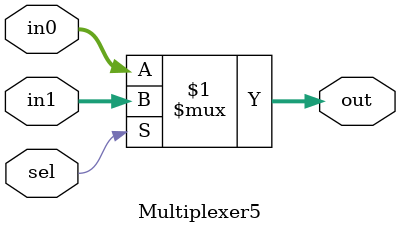
<source format=sv>
module Multiplexer5(
  	input [4:0] in0, in1,
    input sel,
    output [4:0] out
);
  
    assign out = sel ? in1 : in0;
  
endmodule

</source>
